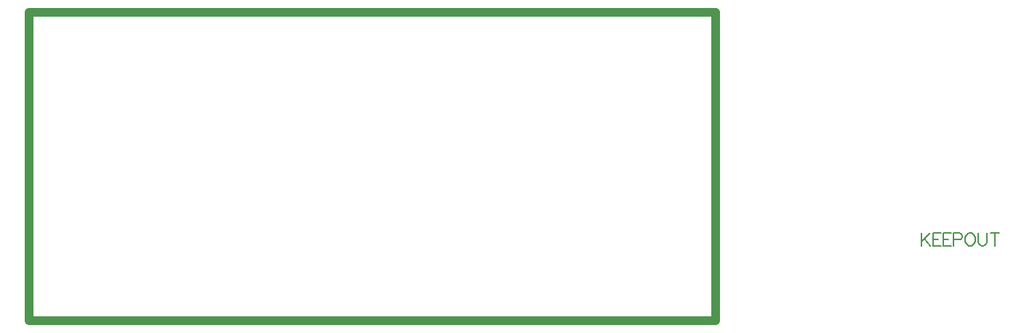
<source format=gko>
G04 Layer_Color=16711935*
%FSLAX43Y43*%
%MOMM*%
G71*
G01*
G75*
%ADD26C,1.016*%
%ADD28C,0.178*%
D26*
X70080Y42080D02*
Y78080D01*
Y42080D02*
X150080D01*
Y78080D01*
X70080D02*
X150080D01*
D28*
X173990Y52324D02*
Y50800D01*
X175006Y52324D02*
X173990Y51308D01*
X174353Y51671D02*
X175006Y50800D01*
X176290Y52324D02*
X175347D01*
Y50800D01*
X176290D01*
X175347Y51598D02*
X175927D01*
X177487Y52324D02*
X176544D01*
Y50800D01*
X177487D01*
X176544Y51598D02*
X177124D01*
X177741Y51526D02*
X178394D01*
X178612Y51598D01*
X178684Y51671D01*
X178757Y51816D01*
Y52033D01*
X178684Y52179D01*
X178612Y52251D01*
X178394Y52324D01*
X177741D01*
Y50800D01*
X179533Y52324D02*
X179388Y52251D01*
X179243Y52106D01*
X179170Y51961D01*
X179098Y51743D01*
Y51380D01*
X179170Y51163D01*
X179243Y51018D01*
X179388Y50873D01*
X179533Y50800D01*
X179823D01*
X179969Y50873D01*
X180114Y51018D01*
X180186Y51163D01*
X180259Y51380D01*
Y51743D01*
X180186Y51961D01*
X180114Y52106D01*
X179969Y52251D01*
X179823Y52324D01*
X179533D01*
X180614D02*
Y51235D01*
X180687Y51018D01*
X180832Y50873D01*
X181050Y50800D01*
X181195D01*
X181412Y50873D01*
X181558Y51018D01*
X181630Y51235D01*
Y52324D01*
X182559D02*
Y50800D01*
X182051Y52324D02*
X183067D01*
M02*

</source>
